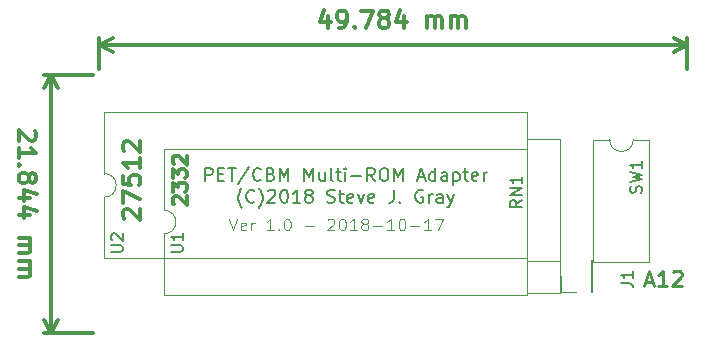
<source format=gto>
G04 #@! TF.GenerationSoftware,KiCad,Pcbnew,(5.0.0)*
G04 #@! TF.CreationDate,2018-10-17T10:54:46-04:00*
G04 #@! TF.ProjectId,Multi-PET-ROM,4D756C74692D5045542D524F4D2E6B69,rev?*
G04 #@! TF.SameCoordinates,Original*
G04 #@! TF.FileFunction,Legend,Top*
G04 #@! TF.FilePolarity,Positive*
%FSLAX46Y46*%
G04 Gerber Fmt 4.6, Leading zero omitted, Abs format (unit mm)*
G04 Created by KiCad (PCBNEW (5.0.0)) date 10/17/18 10:54:46*
%MOMM*%
%LPD*%
G01*
G04 APERTURE LIST*
%ADD10C,0.250000*%
%ADD11C,0.300000*%
%ADD12C,0.100000*%
%ADD13C,0.200000*%
%ADD14C,0.120000*%
%ADD15C,0.150000*%
G04 APERTURE END LIST*
D10*
X158980380Y-95720666D02*
X159599428Y-95720666D01*
X158856571Y-96092095D02*
X159289904Y-94792095D01*
X159723238Y-96092095D01*
X160837523Y-96092095D02*
X160094666Y-96092095D01*
X160466095Y-96092095D02*
X160466095Y-94792095D01*
X160342285Y-94977809D01*
X160218476Y-95101619D01*
X160094666Y-95163523D01*
X161332761Y-94915904D02*
X161394666Y-94854000D01*
X161518476Y-94792095D01*
X161828000Y-94792095D01*
X161951809Y-94854000D01*
X162013714Y-94915904D01*
X162075619Y-95039714D01*
X162075619Y-95163523D01*
X162013714Y-95349238D01*
X161270857Y-96092095D01*
X162075619Y-96092095D01*
D11*
X107290571Y-82939714D02*
X107362000Y-83011142D01*
X107433428Y-83154000D01*
X107433428Y-83511142D01*
X107362000Y-83654000D01*
X107290571Y-83725428D01*
X107147714Y-83796857D01*
X107004857Y-83796857D01*
X106790571Y-83725428D01*
X105933428Y-82868285D01*
X105933428Y-83796857D01*
X105933428Y-85225428D02*
X105933428Y-84368285D01*
X105933428Y-84796857D02*
X107433428Y-84796857D01*
X107219142Y-84654000D01*
X107076285Y-84511142D01*
X107004857Y-84368285D01*
X106076285Y-85868285D02*
X106004857Y-85939714D01*
X105933428Y-85868285D01*
X106004857Y-85796857D01*
X106076285Y-85868285D01*
X105933428Y-85868285D01*
X106790571Y-86796857D02*
X106862000Y-86654000D01*
X106933428Y-86582571D01*
X107076285Y-86511142D01*
X107147714Y-86511142D01*
X107290571Y-86582571D01*
X107362000Y-86654000D01*
X107433428Y-86796857D01*
X107433428Y-87082571D01*
X107362000Y-87225428D01*
X107290571Y-87296857D01*
X107147714Y-87368285D01*
X107076285Y-87368285D01*
X106933428Y-87296857D01*
X106862000Y-87225428D01*
X106790571Y-87082571D01*
X106790571Y-86796857D01*
X106719142Y-86654000D01*
X106647714Y-86582571D01*
X106504857Y-86511142D01*
X106219142Y-86511142D01*
X106076285Y-86582571D01*
X106004857Y-86654000D01*
X105933428Y-86796857D01*
X105933428Y-87082571D01*
X106004857Y-87225428D01*
X106076285Y-87296857D01*
X106219142Y-87368285D01*
X106504857Y-87368285D01*
X106647714Y-87296857D01*
X106719142Y-87225428D01*
X106790571Y-87082571D01*
X106933428Y-88654000D02*
X105933428Y-88654000D01*
X107504857Y-88296857D02*
X106433428Y-87939714D01*
X106433428Y-88868285D01*
X106933428Y-90082571D02*
X105933428Y-90082571D01*
X107504857Y-89725428D02*
X106433428Y-89368285D01*
X106433428Y-90296857D01*
X105933428Y-92011142D02*
X106933428Y-92011142D01*
X106790571Y-92011142D02*
X106862000Y-92082571D01*
X106933428Y-92225428D01*
X106933428Y-92439714D01*
X106862000Y-92582571D01*
X106719142Y-92654000D01*
X105933428Y-92654000D01*
X106719142Y-92654000D02*
X106862000Y-92725428D01*
X106933428Y-92868285D01*
X106933428Y-93082571D01*
X106862000Y-93225428D01*
X106719142Y-93296857D01*
X105933428Y-93296857D01*
X105933428Y-94011142D02*
X106933428Y-94011142D01*
X106790571Y-94011142D02*
X106862000Y-94082571D01*
X106933428Y-94225428D01*
X106933428Y-94439714D01*
X106862000Y-94582571D01*
X106719142Y-94654000D01*
X105933428Y-94654000D01*
X106719142Y-94654000D02*
X106862000Y-94725428D01*
X106933428Y-94868285D01*
X106933428Y-95082571D01*
X106862000Y-95225428D01*
X106719142Y-95296857D01*
X105933428Y-95296857D01*
X108712000Y-78232000D02*
X108712000Y-100076000D01*
X112268000Y-78232000D02*
X108125579Y-78232000D01*
X112268000Y-100076000D02*
X108125579Y-100076000D01*
X108712000Y-100076000D02*
X108125579Y-98949496D01*
X108712000Y-100076000D02*
X109298421Y-98949496D01*
X108712000Y-78232000D02*
X108125579Y-79358504D01*
X108712000Y-78232000D02*
X109298421Y-79358504D01*
X132168000Y-73270571D02*
X132168000Y-74270571D01*
X131810857Y-72699142D02*
X131453714Y-73770571D01*
X132382285Y-73770571D01*
X133025142Y-74270571D02*
X133310857Y-74270571D01*
X133453714Y-74199142D01*
X133525142Y-74127714D01*
X133668000Y-73913428D01*
X133739428Y-73627714D01*
X133739428Y-73056285D01*
X133668000Y-72913428D01*
X133596571Y-72842000D01*
X133453714Y-72770571D01*
X133168000Y-72770571D01*
X133025142Y-72842000D01*
X132953714Y-72913428D01*
X132882285Y-73056285D01*
X132882285Y-73413428D01*
X132953714Y-73556285D01*
X133025142Y-73627714D01*
X133168000Y-73699142D01*
X133453714Y-73699142D01*
X133596571Y-73627714D01*
X133668000Y-73556285D01*
X133739428Y-73413428D01*
X134382285Y-74127714D02*
X134453714Y-74199142D01*
X134382285Y-74270571D01*
X134310857Y-74199142D01*
X134382285Y-74127714D01*
X134382285Y-74270571D01*
X134953714Y-72770571D02*
X135953714Y-72770571D01*
X135310857Y-74270571D01*
X136739428Y-73413428D02*
X136596571Y-73342000D01*
X136525142Y-73270571D01*
X136453714Y-73127714D01*
X136453714Y-73056285D01*
X136525142Y-72913428D01*
X136596571Y-72842000D01*
X136739428Y-72770571D01*
X137025142Y-72770571D01*
X137168000Y-72842000D01*
X137239428Y-72913428D01*
X137310857Y-73056285D01*
X137310857Y-73127714D01*
X137239428Y-73270571D01*
X137168000Y-73342000D01*
X137025142Y-73413428D01*
X136739428Y-73413428D01*
X136596571Y-73484857D01*
X136525142Y-73556285D01*
X136453714Y-73699142D01*
X136453714Y-73984857D01*
X136525142Y-74127714D01*
X136596571Y-74199142D01*
X136739428Y-74270571D01*
X137025142Y-74270571D01*
X137168000Y-74199142D01*
X137239428Y-74127714D01*
X137310857Y-73984857D01*
X137310857Y-73699142D01*
X137239428Y-73556285D01*
X137168000Y-73484857D01*
X137025142Y-73413428D01*
X138596571Y-73270571D02*
X138596571Y-74270571D01*
X138239428Y-72699142D02*
X137882285Y-73770571D01*
X138810857Y-73770571D01*
X140525142Y-74270571D02*
X140525142Y-73270571D01*
X140525142Y-73413428D02*
X140596571Y-73342000D01*
X140739428Y-73270571D01*
X140953714Y-73270571D01*
X141096571Y-73342000D01*
X141168000Y-73484857D01*
X141168000Y-74270571D01*
X141168000Y-73484857D02*
X141239428Y-73342000D01*
X141382285Y-73270571D01*
X141596571Y-73270571D01*
X141739428Y-73342000D01*
X141810857Y-73484857D01*
X141810857Y-74270571D01*
X142525142Y-74270571D02*
X142525142Y-73270571D01*
X142525142Y-73413428D02*
X142596571Y-73342000D01*
X142739428Y-73270571D01*
X142953714Y-73270571D01*
X143096571Y-73342000D01*
X143168000Y-73484857D01*
X143168000Y-74270571D01*
X143168000Y-73484857D02*
X143239428Y-73342000D01*
X143382285Y-73270571D01*
X143596571Y-73270571D01*
X143739428Y-73342000D01*
X143810857Y-73484857D01*
X143810857Y-74270571D01*
X112776000Y-75692000D02*
X162560000Y-75692000D01*
X112776000Y-77724000D02*
X112776000Y-75105579D01*
X162560000Y-77724000D02*
X162560000Y-75105579D01*
X162560000Y-75692000D02*
X161433496Y-76278421D01*
X162560000Y-75692000D02*
X161433496Y-75105579D01*
X112776000Y-75692000D02*
X113902504Y-76278421D01*
X112776000Y-75692000D02*
X113902504Y-75105579D01*
X114891428Y-90407714D02*
X114820000Y-90336285D01*
X114748571Y-90193428D01*
X114748571Y-89836285D01*
X114820000Y-89693428D01*
X114891428Y-89622000D01*
X115034285Y-89550571D01*
X115177142Y-89550571D01*
X115391428Y-89622000D01*
X116248571Y-90479142D01*
X116248571Y-89550571D01*
X114748571Y-89050571D02*
X114748571Y-88050571D01*
X116248571Y-88693428D01*
X114748571Y-86764857D02*
X114748571Y-87479142D01*
X115462857Y-87550571D01*
X115391428Y-87479142D01*
X115320000Y-87336285D01*
X115320000Y-86979142D01*
X115391428Y-86836285D01*
X115462857Y-86764857D01*
X115605714Y-86693428D01*
X115962857Y-86693428D01*
X116105714Y-86764857D01*
X116177142Y-86836285D01*
X116248571Y-86979142D01*
X116248571Y-87336285D01*
X116177142Y-87479142D01*
X116105714Y-87550571D01*
X116248571Y-85264857D02*
X116248571Y-86122000D01*
X116248571Y-85693428D02*
X114748571Y-85693428D01*
X114962857Y-85836285D01*
X115105714Y-85979142D01*
X115177142Y-86122000D01*
X114891428Y-84693428D02*
X114820000Y-84622000D01*
X114748571Y-84479142D01*
X114748571Y-84122000D01*
X114820000Y-83979142D01*
X114891428Y-83907714D01*
X115034285Y-83836285D01*
X115177142Y-83836285D01*
X115391428Y-83907714D01*
X116248571Y-84764857D01*
X116248571Y-83836285D01*
X119091142Y-89179142D02*
X119034000Y-89122000D01*
X118976857Y-89007714D01*
X118976857Y-88722000D01*
X119034000Y-88607714D01*
X119091142Y-88550571D01*
X119205428Y-88493428D01*
X119319714Y-88493428D01*
X119491142Y-88550571D01*
X120176857Y-89236285D01*
X120176857Y-88493428D01*
X118976857Y-88093428D02*
X118976857Y-87350571D01*
X119434000Y-87750571D01*
X119434000Y-87579142D01*
X119491142Y-87464857D01*
X119548285Y-87407714D01*
X119662571Y-87350571D01*
X119948285Y-87350571D01*
X120062571Y-87407714D01*
X120119714Y-87464857D01*
X120176857Y-87579142D01*
X120176857Y-87922000D01*
X120119714Y-88036285D01*
X120062571Y-88093428D01*
X118976857Y-86950571D02*
X118976857Y-86207714D01*
X119434000Y-86607714D01*
X119434000Y-86436285D01*
X119491142Y-86322000D01*
X119548285Y-86264857D01*
X119662571Y-86207714D01*
X119948285Y-86207714D01*
X120062571Y-86264857D01*
X120119714Y-86322000D01*
X120176857Y-86436285D01*
X120176857Y-86779142D01*
X120119714Y-86893428D01*
X120062571Y-86950571D01*
X119091142Y-85750571D02*
X119034000Y-85693428D01*
X118976857Y-85579142D01*
X118976857Y-85293428D01*
X119034000Y-85179142D01*
X119091142Y-85122000D01*
X119205428Y-85064857D01*
X119319714Y-85064857D01*
X119491142Y-85122000D01*
X120176857Y-85807714D01*
X120176857Y-85064857D01*
D12*
X123770571Y-90384380D02*
X124103904Y-91384380D01*
X124437238Y-90384380D01*
X125151523Y-91336761D02*
X125056285Y-91384380D01*
X124865809Y-91384380D01*
X124770571Y-91336761D01*
X124722952Y-91241523D01*
X124722952Y-90860571D01*
X124770571Y-90765333D01*
X124865809Y-90717714D01*
X125056285Y-90717714D01*
X125151523Y-90765333D01*
X125199142Y-90860571D01*
X125199142Y-90955809D01*
X124722952Y-91051047D01*
X125627714Y-91384380D02*
X125627714Y-90717714D01*
X125627714Y-90908190D02*
X125675333Y-90812952D01*
X125722952Y-90765333D01*
X125818190Y-90717714D01*
X125913428Y-90717714D01*
X127532476Y-91384380D02*
X126961047Y-91384380D01*
X127246761Y-91384380D02*
X127246761Y-90384380D01*
X127151523Y-90527238D01*
X127056285Y-90622476D01*
X126961047Y-90670095D01*
X127961047Y-91289142D02*
X128008666Y-91336761D01*
X127961047Y-91384380D01*
X127913428Y-91336761D01*
X127961047Y-91289142D01*
X127961047Y-91384380D01*
X128627714Y-90384380D02*
X128722952Y-90384380D01*
X128818190Y-90432000D01*
X128865809Y-90479619D01*
X128913428Y-90574857D01*
X128961047Y-90765333D01*
X128961047Y-91003428D01*
X128913428Y-91193904D01*
X128865809Y-91289142D01*
X128818190Y-91336761D01*
X128722952Y-91384380D01*
X128627714Y-91384380D01*
X128532476Y-91336761D01*
X128484857Y-91289142D01*
X128437238Y-91193904D01*
X128389619Y-91003428D01*
X128389619Y-90765333D01*
X128437238Y-90574857D01*
X128484857Y-90479619D01*
X128532476Y-90432000D01*
X128627714Y-90384380D01*
X130151523Y-91003428D02*
X130913428Y-91003428D01*
X132103904Y-90479619D02*
X132151523Y-90432000D01*
X132246761Y-90384380D01*
X132484857Y-90384380D01*
X132580095Y-90432000D01*
X132627714Y-90479619D01*
X132675333Y-90574857D01*
X132675333Y-90670095D01*
X132627714Y-90812952D01*
X132056285Y-91384380D01*
X132675333Y-91384380D01*
X133294380Y-90384380D02*
X133389619Y-90384380D01*
X133484857Y-90432000D01*
X133532476Y-90479619D01*
X133580095Y-90574857D01*
X133627714Y-90765333D01*
X133627714Y-91003428D01*
X133580095Y-91193904D01*
X133532476Y-91289142D01*
X133484857Y-91336761D01*
X133389619Y-91384380D01*
X133294380Y-91384380D01*
X133199142Y-91336761D01*
X133151523Y-91289142D01*
X133103904Y-91193904D01*
X133056285Y-91003428D01*
X133056285Y-90765333D01*
X133103904Y-90574857D01*
X133151523Y-90479619D01*
X133199142Y-90432000D01*
X133294380Y-90384380D01*
X134580095Y-91384380D02*
X134008666Y-91384380D01*
X134294380Y-91384380D02*
X134294380Y-90384380D01*
X134199142Y-90527238D01*
X134103904Y-90622476D01*
X134008666Y-90670095D01*
X135151523Y-90812952D02*
X135056285Y-90765333D01*
X135008666Y-90717714D01*
X134961047Y-90622476D01*
X134961047Y-90574857D01*
X135008666Y-90479619D01*
X135056285Y-90432000D01*
X135151523Y-90384380D01*
X135342000Y-90384380D01*
X135437238Y-90432000D01*
X135484857Y-90479619D01*
X135532476Y-90574857D01*
X135532476Y-90622476D01*
X135484857Y-90717714D01*
X135437238Y-90765333D01*
X135342000Y-90812952D01*
X135151523Y-90812952D01*
X135056285Y-90860571D01*
X135008666Y-90908190D01*
X134961047Y-91003428D01*
X134961047Y-91193904D01*
X135008666Y-91289142D01*
X135056285Y-91336761D01*
X135151523Y-91384380D01*
X135342000Y-91384380D01*
X135437238Y-91336761D01*
X135484857Y-91289142D01*
X135532476Y-91193904D01*
X135532476Y-91003428D01*
X135484857Y-90908190D01*
X135437238Y-90860571D01*
X135342000Y-90812952D01*
X135961047Y-91003428D02*
X136722952Y-91003428D01*
X137722952Y-91384380D02*
X137151523Y-91384380D01*
X137437238Y-91384380D02*
X137437238Y-90384380D01*
X137342000Y-90527238D01*
X137246761Y-90622476D01*
X137151523Y-90670095D01*
X138342000Y-90384380D02*
X138437238Y-90384380D01*
X138532476Y-90432000D01*
X138580095Y-90479619D01*
X138627714Y-90574857D01*
X138675333Y-90765333D01*
X138675333Y-91003428D01*
X138627714Y-91193904D01*
X138580095Y-91289142D01*
X138532476Y-91336761D01*
X138437238Y-91384380D01*
X138342000Y-91384380D01*
X138246761Y-91336761D01*
X138199142Y-91289142D01*
X138151523Y-91193904D01*
X138103904Y-91003428D01*
X138103904Y-90765333D01*
X138151523Y-90574857D01*
X138199142Y-90479619D01*
X138246761Y-90432000D01*
X138342000Y-90384380D01*
X139103904Y-91003428D02*
X139865809Y-91003428D01*
X140865809Y-91384380D02*
X140294380Y-91384380D01*
X140580095Y-91384380D02*
X140580095Y-90384380D01*
X140484857Y-90527238D01*
X140389619Y-90622476D01*
X140294380Y-90670095D01*
X141199142Y-90384380D02*
X141865809Y-90384380D01*
X141437238Y-91384380D01*
D13*
X121739714Y-87202619D02*
X121739714Y-86102619D01*
X122158761Y-86102619D01*
X122263523Y-86155000D01*
X122315904Y-86207380D01*
X122368285Y-86312142D01*
X122368285Y-86469285D01*
X122315904Y-86574047D01*
X122263523Y-86626428D01*
X122158761Y-86678809D01*
X121739714Y-86678809D01*
X122839714Y-86626428D02*
X123206380Y-86626428D01*
X123363523Y-87202619D02*
X122839714Y-87202619D01*
X122839714Y-86102619D01*
X123363523Y-86102619D01*
X123677809Y-86102619D02*
X124306380Y-86102619D01*
X123992095Y-87202619D02*
X123992095Y-86102619D01*
X125458761Y-86050238D02*
X124515904Y-87464523D01*
X126454000Y-87097857D02*
X126401619Y-87150238D01*
X126244476Y-87202619D01*
X126139714Y-87202619D01*
X125982571Y-87150238D01*
X125877809Y-87045476D01*
X125825428Y-86940714D01*
X125773047Y-86731190D01*
X125773047Y-86574047D01*
X125825428Y-86364523D01*
X125877809Y-86259761D01*
X125982571Y-86155000D01*
X126139714Y-86102619D01*
X126244476Y-86102619D01*
X126401619Y-86155000D01*
X126454000Y-86207380D01*
X127292095Y-86626428D02*
X127449238Y-86678809D01*
X127501619Y-86731190D01*
X127554000Y-86835952D01*
X127554000Y-86993095D01*
X127501619Y-87097857D01*
X127449238Y-87150238D01*
X127344476Y-87202619D01*
X126925428Y-87202619D01*
X126925428Y-86102619D01*
X127292095Y-86102619D01*
X127396857Y-86155000D01*
X127449238Y-86207380D01*
X127501619Y-86312142D01*
X127501619Y-86416904D01*
X127449238Y-86521666D01*
X127396857Y-86574047D01*
X127292095Y-86626428D01*
X126925428Y-86626428D01*
X128025428Y-87202619D02*
X128025428Y-86102619D01*
X128392095Y-86888333D01*
X128758761Y-86102619D01*
X128758761Y-87202619D01*
X130120666Y-87202619D02*
X130120666Y-86102619D01*
X130487333Y-86888333D01*
X130854000Y-86102619D01*
X130854000Y-87202619D01*
X131849238Y-86469285D02*
X131849238Y-87202619D01*
X131377809Y-86469285D02*
X131377809Y-87045476D01*
X131430190Y-87150238D01*
X131534952Y-87202619D01*
X131692095Y-87202619D01*
X131796857Y-87150238D01*
X131849238Y-87097857D01*
X132530190Y-87202619D02*
X132425428Y-87150238D01*
X132373047Y-87045476D01*
X132373047Y-86102619D01*
X132792095Y-86469285D02*
X133211142Y-86469285D01*
X132949238Y-86102619D02*
X132949238Y-87045476D01*
X133001619Y-87150238D01*
X133106380Y-87202619D01*
X133211142Y-87202619D01*
X133577809Y-87202619D02*
X133577809Y-86469285D01*
X133577809Y-86102619D02*
X133525428Y-86155000D01*
X133577809Y-86207380D01*
X133630190Y-86155000D01*
X133577809Y-86102619D01*
X133577809Y-86207380D01*
X134101619Y-86783571D02*
X134939714Y-86783571D01*
X136092095Y-87202619D02*
X135725428Y-86678809D01*
X135463523Y-87202619D02*
X135463523Y-86102619D01*
X135882571Y-86102619D01*
X135987333Y-86155000D01*
X136039714Y-86207380D01*
X136092095Y-86312142D01*
X136092095Y-86469285D01*
X136039714Y-86574047D01*
X135987333Y-86626428D01*
X135882571Y-86678809D01*
X135463523Y-86678809D01*
X136773047Y-86102619D02*
X136982571Y-86102619D01*
X137087333Y-86155000D01*
X137192095Y-86259761D01*
X137244476Y-86469285D01*
X137244476Y-86835952D01*
X137192095Y-87045476D01*
X137087333Y-87150238D01*
X136982571Y-87202619D01*
X136773047Y-87202619D01*
X136668285Y-87150238D01*
X136563523Y-87045476D01*
X136511142Y-86835952D01*
X136511142Y-86469285D01*
X136563523Y-86259761D01*
X136668285Y-86155000D01*
X136773047Y-86102619D01*
X137715904Y-87202619D02*
X137715904Y-86102619D01*
X138082571Y-86888333D01*
X138449238Y-86102619D01*
X138449238Y-87202619D01*
X139758761Y-86888333D02*
X140282571Y-86888333D01*
X139654000Y-87202619D02*
X140020666Y-86102619D01*
X140387333Y-87202619D01*
X141225428Y-87202619D02*
X141225428Y-86102619D01*
X141225428Y-87150238D02*
X141120666Y-87202619D01*
X140911142Y-87202619D01*
X140806380Y-87150238D01*
X140754000Y-87097857D01*
X140701619Y-86993095D01*
X140701619Y-86678809D01*
X140754000Y-86574047D01*
X140806380Y-86521666D01*
X140911142Y-86469285D01*
X141120666Y-86469285D01*
X141225428Y-86521666D01*
X142220666Y-87202619D02*
X142220666Y-86626428D01*
X142168285Y-86521666D01*
X142063523Y-86469285D01*
X141854000Y-86469285D01*
X141749238Y-86521666D01*
X142220666Y-87150238D02*
X142115904Y-87202619D01*
X141854000Y-87202619D01*
X141749238Y-87150238D01*
X141696857Y-87045476D01*
X141696857Y-86940714D01*
X141749238Y-86835952D01*
X141854000Y-86783571D01*
X142115904Y-86783571D01*
X142220666Y-86731190D01*
X142744476Y-86469285D02*
X142744476Y-87569285D01*
X142744476Y-86521666D02*
X142849238Y-86469285D01*
X143058761Y-86469285D01*
X143163523Y-86521666D01*
X143215904Y-86574047D01*
X143268285Y-86678809D01*
X143268285Y-86993095D01*
X143215904Y-87097857D01*
X143163523Y-87150238D01*
X143058761Y-87202619D01*
X142849238Y-87202619D01*
X142744476Y-87150238D01*
X143582571Y-86469285D02*
X144001619Y-86469285D01*
X143739714Y-86102619D02*
X143739714Y-87045476D01*
X143792095Y-87150238D01*
X143896857Y-87202619D01*
X144001619Y-87202619D01*
X144787333Y-87150238D02*
X144682571Y-87202619D01*
X144473047Y-87202619D01*
X144368285Y-87150238D01*
X144315904Y-87045476D01*
X144315904Y-86626428D01*
X144368285Y-86521666D01*
X144473047Y-86469285D01*
X144682571Y-86469285D01*
X144787333Y-86521666D01*
X144839714Y-86626428D01*
X144839714Y-86731190D01*
X144315904Y-86835952D01*
X145311142Y-87202619D02*
X145311142Y-86469285D01*
X145311142Y-86678809D02*
X145363523Y-86574047D01*
X145415904Y-86521666D01*
X145520666Y-86469285D01*
X145625428Y-86469285D01*
X124856380Y-89471666D02*
X124804000Y-89419285D01*
X124699238Y-89262142D01*
X124646857Y-89157380D01*
X124594476Y-89000238D01*
X124542095Y-88738333D01*
X124542095Y-88528809D01*
X124594476Y-88266904D01*
X124646857Y-88109761D01*
X124699238Y-88005000D01*
X124804000Y-87847857D01*
X124856380Y-87795476D01*
X125904000Y-88947857D02*
X125851619Y-89000238D01*
X125694476Y-89052619D01*
X125589714Y-89052619D01*
X125432571Y-89000238D01*
X125327809Y-88895476D01*
X125275428Y-88790714D01*
X125223047Y-88581190D01*
X125223047Y-88424047D01*
X125275428Y-88214523D01*
X125327809Y-88109761D01*
X125432571Y-88005000D01*
X125589714Y-87952619D01*
X125694476Y-87952619D01*
X125851619Y-88005000D01*
X125904000Y-88057380D01*
X126270666Y-89471666D02*
X126323047Y-89419285D01*
X126427809Y-89262142D01*
X126480190Y-89157380D01*
X126532571Y-89000238D01*
X126584952Y-88738333D01*
X126584952Y-88528809D01*
X126532571Y-88266904D01*
X126480190Y-88109761D01*
X126427809Y-88005000D01*
X126323047Y-87847857D01*
X126270666Y-87795476D01*
X127056380Y-88057380D02*
X127108761Y-88005000D01*
X127213523Y-87952619D01*
X127475428Y-87952619D01*
X127580190Y-88005000D01*
X127632571Y-88057380D01*
X127684952Y-88162142D01*
X127684952Y-88266904D01*
X127632571Y-88424047D01*
X127004000Y-89052619D01*
X127684952Y-89052619D01*
X128365904Y-87952619D02*
X128470666Y-87952619D01*
X128575428Y-88005000D01*
X128627809Y-88057380D01*
X128680190Y-88162142D01*
X128732571Y-88371666D01*
X128732571Y-88633571D01*
X128680190Y-88843095D01*
X128627809Y-88947857D01*
X128575428Y-89000238D01*
X128470666Y-89052619D01*
X128365904Y-89052619D01*
X128261142Y-89000238D01*
X128208761Y-88947857D01*
X128156380Y-88843095D01*
X128104000Y-88633571D01*
X128104000Y-88371666D01*
X128156380Y-88162142D01*
X128208761Y-88057380D01*
X128261142Y-88005000D01*
X128365904Y-87952619D01*
X129780190Y-89052619D02*
X129151619Y-89052619D01*
X129465904Y-89052619D02*
X129465904Y-87952619D01*
X129361142Y-88109761D01*
X129256380Y-88214523D01*
X129151619Y-88266904D01*
X130408761Y-88424047D02*
X130304000Y-88371666D01*
X130251619Y-88319285D01*
X130199238Y-88214523D01*
X130199238Y-88162142D01*
X130251619Y-88057380D01*
X130304000Y-88005000D01*
X130408761Y-87952619D01*
X130618285Y-87952619D01*
X130723047Y-88005000D01*
X130775428Y-88057380D01*
X130827809Y-88162142D01*
X130827809Y-88214523D01*
X130775428Y-88319285D01*
X130723047Y-88371666D01*
X130618285Y-88424047D01*
X130408761Y-88424047D01*
X130304000Y-88476428D01*
X130251619Y-88528809D01*
X130199238Y-88633571D01*
X130199238Y-88843095D01*
X130251619Y-88947857D01*
X130304000Y-89000238D01*
X130408761Y-89052619D01*
X130618285Y-89052619D01*
X130723047Y-89000238D01*
X130775428Y-88947857D01*
X130827809Y-88843095D01*
X130827809Y-88633571D01*
X130775428Y-88528809D01*
X130723047Y-88476428D01*
X130618285Y-88424047D01*
X132084952Y-89000238D02*
X132242095Y-89052619D01*
X132504000Y-89052619D01*
X132608761Y-89000238D01*
X132661142Y-88947857D01*
X132713523Y-88843095D01*
X132713523Y-88738333D01*
X132661142Y-88633571D01*
X132608761Y-88581190D01*
X132504000Y-88528809D01*
X132294476Y-88476428D01*
X132189714Y-88424047D01*
X132137333Y-88371666D01*
X132084952Y-88266904D01*
X132084952Y-88162142D01*
X132137333Y-88057380D01*
X132189714Y-88005000D01*
X132294476Y-87952619D01*
X132556380Y-87952619D01*
X132713523Y-88005000D01*
X133027809Y-88319285D02*
X133446857Y-88319285D01*
X133184952Y-87952619D02*
X133184952Y-88895476D01*
X133237333Y-89000238D01*
X133342095Y-89052619D01*
X133446857Y-89052619D01*
X134232571Y-89000238D02*
X134127809Y-89052619D01*
X133918285Y-89052619D01*
X133813523Y-89000238D01*
X133761142Y-88895476D01*
X133761142Y-88476428D01*
X133813523Y-88371666D01*
X133918285Y-88319285D01*
X134127809Y-88319285D01*
X134232571Y-88371666D01*
X134284952Y-88476428D01*
X134284952Y-88581190D01*
X133761142Y-88685952D01*
X134651619Y-88319285D02*
X134913523Y-89052619D01*
X135175428Y-88319285D01*
X136013523Y-89000238D02*
X135908761Y-89052619D01*
X135699238Y-89052619D01*
X135594476Y-89000238D01*
X135542095Y-88895476D01*
X135542095Y-88476428D01*
X135594476Y-88371666D01*
X135699238Y-88319285D01*
X135908761Y-88319285D01*
X136013523Y-88371666D01*
X136065904Y-88476428D01*
X136065904Y-88581190D01*
X135542095Y-88685952D01*
X137689714Y-87952619D02*
X137689714Y-88738333D01*
X137637333Y-88895476D01*
X137532571Y-89000238D01*
X137375428Y-89052619D01*
X137270666Y-89052619D01*
X138213523Y-88947857D02*
X138265904Y-89000238D01*
X138213523Y-89052619D01*
X138161142Y-89000238D01*
X138213523Y-88947857D01*
X138213523Y-89052619D01*
X140151619Y-88005000D02*
X140046857Y-87952619D01*
X139889714Y-87952619D01*
X139732571Y-88005000D01*
X139627809Y-88109761D01*
X139575428Y-88214523D01*
X139523047Y-88424047D01*
X139523047Y-88581190D01*
X139575428Y-88790714D01*
X139627809Y-88895476D01*
X139732571Y-89000238D01*
X139889714Y-89052619D01*
X139994476Y-89052619D01*
X140151619Y-89000238D01*
X140204000Y-88947857D01*
X140204000Y-88581190D01*
X139994476Y-88581190D01*
X140675428Y-89052619D02*
X140675428Y-88319285D01*
X140675428Y-88528809D02*
X140727809Y-88424047D01*
X140780190Y-88371666D01*
X140884952Y-88319285D01*
X140989714Y-88319285D01*
X141827809Y-89052619D02*
X141827809Y-88476428D01*
X141775428Y-88371666D01*
X141670666Y-88319285D01*
X141461142Y-88319285D01*
X141356380Y-88371666D01*
X141827809Y-89000238D02*
X141723047Y-89052619D01*
X141461142Y-89052619D01*
X141356380Y-89000238D01*
X141304000Y-88895476D01*
X141304000Y-88790714D01*
X141356380Y-88685952D01*
X141461142Y-88633571D01*
X141723047Y-88633571D01*
X141827809Y-88581190D01*
X142246857Y-88319285D02*
X142508761Y-89052619D01*
X142770666Y-88319285D02*
X142508761Y-89052619D01*
X142404000Y-89314523D01*
X142351619Y-89366904D01*
X142246857Y-89419285D01*
D14*
G04 #@! TO.C,SW1*
X155972000Y-83700000D02*
X154602000Y-83700000D01*
X154602000Y-83700000D02*
X154602000Y-94100000D01*
X154602000Y-94100000D02*
X159342000Y-94100000D01*
X159342000Y-94100000D02*
X159342000Y-83700000D01*
X159342000Y-83700000D02*
X157972000Y-83700000D01*
X157972000Y-83700000D02*
G75*
G02X155972000Y-83700000I-1000000J0D01*
G01*
G04 #@! TO.C,U1*
X118244000Y-91678000D02*
X118244000Y-96858000D01*
X118244000Y-96858000D02*
X148964000Y-96858000D01*
X148964000Y-96858000D02*
X148964000Y-84498000D01*
X148964000Y-84498000D02*
X118244000Y-84498000D01*
X118244000Y-84498000D02*
X118244000Y-89678000D01*
X118244000Y-89678000D02*
G75*
G02X118244000Y-91678000I0J-1000000D01*
G01*
G04 #@! TO.C,U2*
X113195750Y-88572850D02*
X113195750Y-93752850D01*
X113195750Y-93752850D02*
X148995750Y-93752850D01*
X148995750Y-93752850D02*
X148995750Y-81392850D01*
X148995750Y-81392850D02*
X113195750Y-81392850D01*
X113195750Y-81392850D02*
X113195750Y-86572850D01*
X113195750Y-86572850D02*
G75*
G02X113195750Y-88572850I0J-1000000D01*
G01*
G04 #@! TO.C,J1*
X154492000Y-96580000D02*
X154492000Y-93920000D01*
X154432000Y-96580000D02*
X154492000Y-96580000D01*
X154432000Y-93920000D02*
X154492000Y-93920000D01*
X154432000Y-96580000D02*
X154432000Y-93920000D01*
X153162000Y-96580000D02*
X151832000Y-96580000D01*
X151832000Y-96580000D02*
X151832000Y-95250000D01*
G04 #@! TO.C,RN1*
X148968000Y-96690000D02*
X151768000Y-96690000D01*
X151768000Y-96690000D02*
X151768000Y-83650000D01*
X151768000Y-83650000D02*
X148968000Y-83650000D01*
X148968000Y-83650000D02*
X148968000Y-96690000D01*
X148968000Y-93980000D02*
X151768000Y-93980000D01*
G04 #@! TO.C,SW1*
D15*
X158646761Y-88201333D02*
X158694380Y-88058476D01*
X158694380Y-87820380D01*
X158646761Y-87725142D01*
X158599142Y-87677523D01*
X158503904Y-87629904D01*
X158408666Y-87629904D01*
X158313428Y-87677523D01*
X158265809Y-87725142D01*
X158218190Y-87820380D01*
X158170571Y-88010857D01*
X158122952Y-88106095D01*
X158075333Y-88153714D01*
X157980095Y-88201333D01*
X157884857Y-88201333D01*
X157789619Y-88153714D01*
X157742000Y-88106095D01*
X157694380Y-88010857D01*
X157694380Y-87772761D01*
X157742000Y-87629904D01*
X157694380Y-87296571D02*
X158694380Y-87058476D01*
X157980095Y-86868000D01*
X158694380Y-86677523D01*
X157694380Y-86439428D01*
X158694380Y-85534666D02*
X158694380Y-86106095D01*
X158694380Y-85820380D02*
X157694380Y-85820380D01*
X157837238Y-85915619D01*
X157932476Y-86010857D01*
X157980095Y-86106095D01*
G04 #@! TO.C,U1*
X118832380Y-93217904D02*
X119641904Y-93217904D01*
X119737142Y-93170285D01*
X119784761Y-93122666D01*
X119832380Y-93027428D01*
X119832380Y-92836952D01*
X119784761Y-92741714D01*
X119737142Y-92694095D01*
X119641904Y-92646476D01*
X118832380Y-92646476D01*
X119832380Y-91646476D02*
X119832380Y-92217904D01*
X119832380Y-91932190D02*
X118832380Y-91932190D01*
X118975238Y-92027428D01*
X119070476Y-92122666D01*
X119118095Y-92217904D01*
G04 #@! TO.C,U2*
X113752380Y-93217904D02*
X114561904Y-93217904D01*
X114657142Y-93170285D01*
X114704761Y-93122666D01*
X114752380Y-93027428D01*
X114752380Y-92836952D01*
X114704761Y-92741714D01*
X114657142Y-92694095D01*
X114561904Y-92646476D01*
X113752380Y-92646476D01*
X113847619Y-92217904D02*
X113800000Y-92170285D01*
X113752380Y-92075047D01*
X113752380Y-91836952D01*
X113800000Y-91741714D01*
X113847619Y-91694095D01*
X113942857Y-91646476D01*
X114038095Y-91646476D01*
X114180952Y-91694095D01*
X114752380Y-92265523D01*
X114752380Y-91646476D01*
G04 #@! TO.C,J1*
X156932380Y-95837333D02*
X157646666Y-95837333D01*
X157789523Y-95884952D01*
X157884761Y-95980190D01*
X157932380Y-96123047D01*
X157932380Y-96218285D01*
X157932380Y-94837333D02*
X157932380Y-95408761D01*
X157932380Y-95123047D02*
X156932380Y-95123047D01*
X157075238Y-95218285D01*
X157170476Y-95313523D01*
X157218095Y-95408761D01*
G04 #@! TO.C,RN1*
X148534380Y-88828476D02*
X148058190Y-89161809D01*
X148534380Y-89399904D02*
X147534380Y-89399904D01*
X147534380Y-89018952D01*
X147582000Y-88923714D01*
X147629619Y-88876095D01*
X147724857Y-88828476D01*
X147867714Y-88828476D01*
X147962952Y-88876095D01*
X148010571Y-88923714D01*
X148058190Y-89018952D01*
X148058190Y-89399904D01*
X148534380Y-88399904D02*
X147534380Y-88399904D01*
X148534380Y-87828476D01*
X147534380Y-87828476D01*
X148534380Y-86828476D02*
X148534380Y-87399904D01*
X148534380Y-87114190D02*
X147534380Y-87114190D01*
X147677238Y-87209428D01*
X147772476Y-87304666D01*
X147820095Y-87399904D01*
G04 #@! TD*
M02*

</source>
